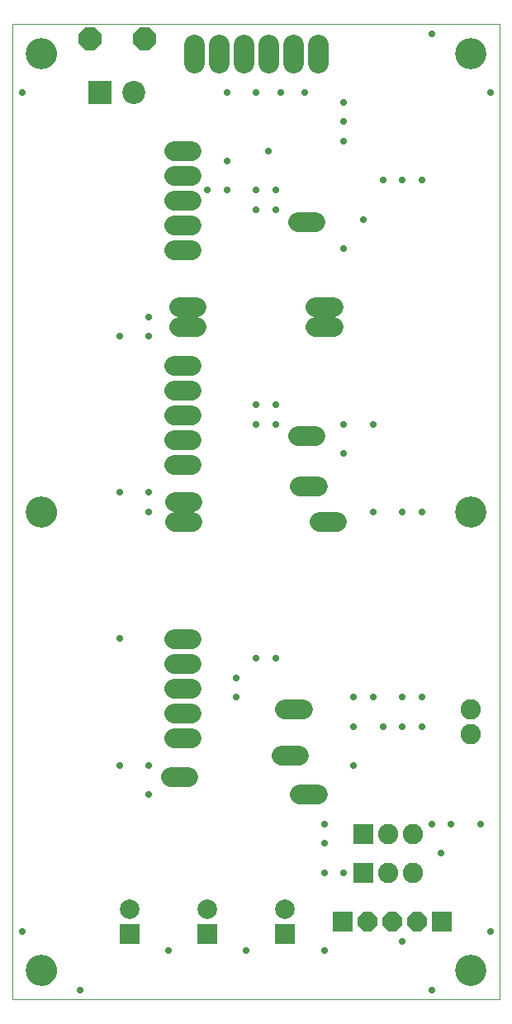
<source format=gbs>
G75*
%MOIN*%
%OFA0B0*%
%FSLAX25Y25*%
%IPPOS*%
%LPD*%
%AMOC8*
5,1,8,0,0,1.08239X$1,22.5*
%
%ADD10C,0.00000*%
%ADD11C,0.12611*%
%ADD12C,0.08200*%
%ADD13OC8,0.07887*%
%ADD14R,0.07887X0.07887*%
%ADD15C,0.07887*%
%ADD16C,0.08000*%
%ADD17R,0.08200X0.08200*%
%ADD18C,0.08200*%
%ADD19R,0.09304X0.09304*%
%ADD20C,0.09304*%
%ADD21OC8,0.02581*%
%ADD22OC8,0.09400*%
D10*
X0001400Y0001400D02*
X0001400Y0395101D01*
X0198250Y0395101D01*
X0198250Y0001400D01*
X0001400Y0001400D01*
X0007305Y0013211D02*
X0007307Y0013364D01*
X0007313Y0013518D01*
X0007323Y0013671D01*
X0007337Y0013823D01*
X0007355Y0013976D01*
X0007377Y0014127D01*
X0007402Y0014278D01*
X0007432Y0014429D01*
X0007466Y0014579D01*
X0007503Y0014727D01*
X0007544Y0014875D01*
X0007589Y0015021D01*
X0007638Y0015167D01*
X0007691Y0015311D01*
X0007747Y0015453D01*
X0007807Y0015594D01*
X0007871Y0015734D01*
X0007938Y0015872D01*
X0008009Y0016008D01*
X0008084Y0016142D01*
X0008161Y0016274D01*
X0008243Y0016404D01*
X0008327Y0016532D01*
X0008415Y0016658D01*
X0008506Y0016781D01*
X0008600Y0016902D01*
X0008698Y0017020D01*
X0008798Y0017136D01*
X0008902Y0017249D01*
X0009008Y0017360D01*
X0009117Y0017468D01*
X0009229Y0017573D01*
X0009343Y0017674D01*
X0009461Y0017773D01*
X0009580Y0017869D01*
X0009702Y0017962D01*
X0009827Y0018051D01*
X0009954Y0018138D01*
X0010083Y0018220D01*
X0010214Y0018300D01*
X0010347Y0018376D01*
X0010482Y0018449D01*
X0010619Y0018518D01*
X0010758Y0018583D01*
X0010898Y0018645D01*
X0011040Y0018703D01*
X0011183Y0018758D01*
X0011328Y0018809D01*
X0011474Y0018856D01*
X0011621Y0018899D01*
X0011769Y0018938D01*
X0011918Y0018974D01*
X0012068Y0019005D01*
X0012219Y0019033D01*
X0012370Y0019057D01*
X0012523Y0019077D01*
X0012675Y0019093D01*
X0012828Y0019105D01*
X0012981Y0019113D01*
X0013134Y0019117D01*
X0013288Y0019117D01*
X0013441Y0019113D01*
X0013594Y0019105D01*
X0013747Y0019093D01*
X0013899Y0019077D01*
X0014052Y0019057D01*
X0014203Y0019033D01*
X0014354Y0019005D01*
X0014504Y0018974D01*
X0014653Y0018938D01*
X0014801Y0018899D01*
X0014948Y0018856D01*
X0015094Y0018809D01*
X0015239Y0018758D01*
X0015382Y0018703D01*
X0015524Y0018645D01*
X0015664Y0018583D01*
X0015803Y0018518D01*
X0015940Y0018449D01*
X0016075Y0018376D01*
X0016208Y0018300D01*
X0016339Y0018220D01*
X0016468Y0018138D01*
X0016595Y0018051D01*
X0016720Y0017962D01*
X0016842Y0017869D01*
X0016961Y0017773D01*
X0017079Y0017674D01*
X0017193Y0017573D01*
X0017305Y0017468D01*
X0017414Y0017360D01*
X0017520Y0017249D01*
X0017624Y0017136D01*
X0017724Y0017020D01*
X0017822Y0016902D01*
X0017916Y0016781D01*
X0018007Y0016658D01*
X0018095Y0016532D01*
X0018179Y0016404D01*
X0018261Y0016274D01*
X0018338Y0016142D01*
X0018413Y0016008D01*
X0018484Y0015872D01*
X0018551Y0015734D01*
X0018615Y0015594D01*
X0018675Y0015453D01*
X0018731Y0015311D01*
X0018784Y0015167D01*
X0018833Y0015021D01*
X0018878Y0014875D01*
X0018919Y0014727D01*
X0018956Y0014579D01*
X0018990Y0014429D01*
X0019020Y0014278D01*
X0019045Y0014127D01*
X0019067Y0013976D01*
X0019085Y0013823D01*
X0019099Y0013671D01*
X0019109Y0013518D01*
X0019115Y0013364D01*
X0019117Y0013211D01*
X0019115Y0013058D01*
X0019109Y0012904D01*
X0019099Y0012751D01*
X0019085Y0012599D01*
X0019067Y0012446D01*
X0019045Y0012295D01*
X0019020Y0012144D01*
X0018990Y0011993D01*
X0018956Y0011843D01*
X0018919Y0011695D01*
X0018878Y0011547D01*
X0018833Y0011401D01*
X0018784Y0011255D01*
X0018731Y0011111D01*
X0018675Y0010969D01*
X0018615Y0010828D01*
X0018551Y0010688D01*
X0018484Y0010550D01*
X0018413Y0010414D01*
X0018338Y0010280D01*
X0018261Y0010148D01*
X0018179Y0010018D01*
X0018095Y0009890D01*
X0018007Y0009764D01*
X0017916Y0009641D01*
X0017822Y0009520D01*
X0017724Y0009402D01*
X0017624Y0009286D01*
X0017520Y0009173D01*
X0017414Y0009062D01*
X0017305Y0008954D01*
X0017193Y0008849D01*
X0017079Y0008748D01*
X0016961Y0008649D01*
X0016842Y0008553D01*
X0016720Y0008460D01*
X0016595Y0008371D01*
X0016468Y0008284D01*
X0016339Y0008202D01*
X0016208Y0008122D01*
X0016075Y0008046D01*
X0015940Y0007973D01*
X0015803Y0007904D01*
X0015664Y0007839D01*
X0015524Y0007777D01*
X0015382Y0007719D01*
X0015239Y0007664D01*
X0015094Y0007613D01*
X0014948Y0007566D01*
X0014801Y0007523D01*
X0014653Y0007484D01*
X0014504Y0007448D01*
X0014354Y0007417D01*
X0014203Y0007389D01*
X0014052Y0007365D01*
X0013899Y0007345D01*
X0013747Y0007329D01*
X0013594Y0007317D01*
X0013441Y0007309D01*
X0013288Y0007305D01*
X0013134Y0007305D01*
X0012981Y0007309D01*
X0012828Y0007317D01*
X0012675Y0007329D01*
X0012523Y0007345D01*
X0012370Y0007365D01*
X0012219Y0007389D01*
X0012068Y0007417D01*
X0011918Y0007448D01*
X0011769Y0007484D01*
X0011621Y0007523D01*
X0011474Y0007566D01*
X0011328Y0007613D01*
X0011183Y0007664D01*
X0011040Y0007719D01*
X0010898Y0007777D01*
X0010758Y0007839D01*
X0010619Y0007904D01*
X0010482Y0007973D01*
X0010347Y0008046D01*
X0010214Y0008122D01*
X0010083Y0008202D01*
X0009954Y0008284D01*
X0009827Y0008371D01*
X0009702Y0008460D01*
X0009580Y0008553D01*
X0009461Y0008649D01*
X0009343Y0008748D01*
X0009229Y0008849D01*
X0009117Y0008954D01*
X0009008Y0009062D01*
X0008902Y0009173D01*
X0008798Y0009286D01*
X0008698Y0009402D01*
X0008600Y0009520D01*
X0008506Y0009641D01*
X0008415Y0009764D01*
X0008327Y0009890D01*
X0008243Y0010018D01*
X0008161Y0010148D01*
X0008084Y0010280D01*
X0008009Y0010414D01*
X0007938Y0010550D01*
X0007871Y0010688D01*
X0007807Y0010828D01*
X0007747Y0010969D01*
X0007691Y0011111D01*
X0007638Y0011255D01*
X0007589Y0011401D01*
X0007544Y0011547D01*
X0007503Y0011695D01*
X0007466Y0011843D01*
X0007432Y0011993D01*
X0007402Y0012144D01*
X0007377Y0012295D01*
X0007355Y0012446D01*
X0007337Y0012599D01*
X0007323Y0012751D01*
X0007313Y0012904D01*
X0007307Y0013058D01*
X0007305Y0013211D01*
X0007305Y0198250D02*
X0007307Y0198403D01*
X0007313Y0198557D01*
X0007323Y0198710D01*
X0007337Y0198862D01*
X0007355Y0199015D01*
X0007377Y0199166D01*
X0007402Y0199317D01*
X0007432Y0199468D01*
X0007466Y0199618D01*
X0007503Y0199766D01*
X0007544Y0199914D01*
X0007589Y0200060D01*
X0007638Y0200206D01*
X0007691Y0200350D01*
X0007747Y0200492D01*
X0007807Y0200633D01*
X0007871Y0200773D01*
X0007938Y0200911D01*
X0008009Y0201047D01*
X0008084Y0201181D01*
X0008161Y0201313D01*
X0008243Y0201443D01*
X0008327Y0201571D01*
X0008415Y0201697D01*
X0008506Y0201820D01*
X0008600Y0201941D01*
X0008698Y0202059D01*
X0008798Y0202175D01*
X0008902Y0202288D01*
X0009008Y0202399D01*
X0009117Y0202507D01*
X0009229Y0202612D01*
X0009343Y0202713D01*
X0009461Y0202812D01*
X0009580Y0202908D01*
X0009702Y0203001D01*
X0009827Y0203090D01*
X0009954Y0203177D01*
X0010083Y0203259D01*
X0010214Y0203339D01*
X0010347Y0203415D01*
X0010482Y0203488D01*
X0010619Y0203557D01*
X0010758Y0203622D01*
X0010898Y0203684D01*
X0011040Y0203742D01*
X0011183Y0203797D01*
X0011328Y0203848D01*
X0011474Y0203895D01*
X0011621Y0203938D01*
X0011769Y0203977D01*
X0011918Y0204013D01*
X0012068Y0204044D01*
X0012219Y0204072D01*
X0012370Y0204096D01*
X0012523Y0204116D01*
X0012675Y0204132D01*
X0012828Y0204144D01*
X0012981Y0204152D01*
X0013134Y0204156D01*
X0013288Y0204156D01*
X0013441Y0204152D01*
X0013594Y0204144D01*
X0013747Y0204132D01*
X0013899Y0204116D01*
X0014052Y0204096D01*
X0014203Y0204072D01*
X0014354Y0204044D01*
X0014504Y0204013D01*
X0014653Y0203977D01*
X0014801Y0203938D01*
X0014948Y0203895D01*
X0015094Y0203848D01*
X0015239Y0203797D01*
X0015382Y0203742D01*
X0015524Y0203684D01*
X0015664Y0203622D01*
X0015803Y0203557D01*
X0015940Y0203488D01*
X0016075Y0203415D01*
X0016208Y0203339D01*
X0016339Y0203259D01*
X0016468Y0203177D01*
X0016595Y0203090D01*
X0016720Y0203001D01*
X0016842Y0202908D01*
X0016961Y0202812D01*
X0017079Y0202713D01*
X0017193Y0202612D01*
X0017305Y0202507D01*
X0017414Y0202399D01*
X0017520Y0202288D01*
X0017624Y0202175D01*
X0017724Y0202059D01*
X0017822Y0201941D01*
X0017916Y0201820D01*
X0018007Y0201697D01*
X0018095Y0201571D01*
X0018179Y0201443D01*
X0018261Y0201313D01*
X0018338Y0201181D01*
X0018413Y0201047D01*
X0018484Y0200911D01*
X0018551Y0200773D01*
X0018615Y0200633D01*
X0018675Y0200492D01*
X0018731Y0200350D01*
X0018784Y0200206D01*
X0018833Y0200060D01*
X0018878Y0199914D01*
X0018919Y0199766D01*
X0018956Y0199618D01*
X0018990Y0199468D01*
X0019020Y0199317D01*
X0019045Y0199166D01*
X0019067Y0199015D01*
X0019085Y0198862D01*
X0019099Y0198710D01*
X0019109Y0198557D01*
X0019115Y0198403D01*
X0019117Y0198250D01*
X0019115Y0198097D01*
X0019109Y0197943D01*
X0019099Y0197790D01*
X0019085Y0197638D01*
X0019067Y0197485D01*
X0019045Y0197334D01*
X0019020Y0197183D01*
X0018990Y0197032D01*
X0018956Y0196882D01*
X0018919Y0196734D01*
X0018878Y0196586D01*
X0018833Y0196440D01*
X0018784Y0196294D01*
X0018731Y0196150D01*
X0018675Y0196008D01*
X0018615Y0195867D01*
X0018551Y0195727D01*
X0018484Y0195589D01*
X0018413Y0195453D01*
X0018338Y0195319D01*
X0018261Y0195187D01*
X0018179Y0195057D01*
X0018095Y0194929D01*
X0018007Y0194803D01*
X0017916Y0194680D01*
X0017822Y0194559D01*
X0017724Y0194441D01*
X0017624Y0194325D01*
X0017520Y0194212D01*
X0017414Y0194101D01*
X0017305Y0193993D01*
X0017193Y0193888D01*
X0017079Y0193787D01*
X0016961Y0193688D01*
X0016842Y0193592D01*
X0016720Y0193499D01*
X0016595Y0193410D01*
X0016468Y0193323D01*
X0016339Y0193241D01*
X0016208Y0193161D01*
X0016075Y0193085D01*
X0015940Y0193012D01*
X0015803Y0192943D01*
X0015664Y0192878D01*
X0015524Y0192816D01*
X0015382Y0192758D01*
X0015239Y0192703D01*
X0015094Y0192652D01*
X0014948Y0192605D01*
X0014801Y0192562D01*
X0014653Y0192523D01*
X0014504Y0192487D01*
X0014354Y0192456D01*
X0014203Y0192428D01*
X0014052Y0192404D01*
X0013899Y0192384D01*
X0013747Y0192368D01*
X0013594Y0192356D01*
X0013441Y0192348D01*
X0013288Y0192344D01*
X0013134Y0192344D01*
X0012981Y0192348D01*
X0012828Y0192356D01*
X0012675Y0192368D01*
X0012523Y0192384D01*
X0012370Y0192404D01*
X0012219Y0192428D01*
X0012068Y0192456D01*
X0011918Y0192487D01*
X0011769Y0192523D01*
X0011621Y0192562D01*
X0011474Y0192605D01*
X0011328Y0192652D01*
X0011183Y0192703D01*
X0011040Y0192758D01*
X0010898Y0192816D01*
X0010758Y0192878D01*
X0010619Y0192943D01*
X0010482Y0193012D01*
X0010347Y0193085D01*
X0010214Y0193161D01*
X0010083Y0193241D01*
X0009954Y0193323D01*
X0009827Y0193410D01*
X0009702Y0193499D01*
X0009580Y0193592D01*
X0009461Y0193688D01*
X0009343Y0193787D01*
X0009229Y0193888D01*
X0009117Y0193993D01*
X0009008Y0194101D01*
X0008902Y0194212D01*
X0008798Y0194325D01*
X0008698Y0194441D01*
X0008600Y0194559D01*
X0008506Y0194680D01*
X0008415Y0194803D01*
X0008327Y0194929D01*
X0008243Y0195057D01*
X0008161Y0195187D01*
X0008084Y0195319D01*
X0008009Y0195453D01*
X0007938Y0195589D01*
X0007871Y0195727D01*
X0007807Y0195867D01*
X0007747Y0196008D01*
X0007691Y0196150D01*
X0007638Y0196294D01*
X0007589Y0196440D01*
X0007544Y0196586D01*
X0007503Y0196734D01*
X0007466Y0196882D01*
X0007432Y0197032D01*
X0007402Y0197183D01*
X0007377Y0197334D01*
X0007355Y0197485D01*
X0007337Y0197638D01*
X0007323Y0197790D01*
X0007313Y0197943D01*
X0007307Y0198097D01*
X0007305Y0198250D01*
X0007305Y0383290D02*
X0007307Y0383443D01*
X0007313Y0383597D01*
X0007323Y0383750D01*
X0007337Y0383902D01*
X0007355Y0384055D01*
X0007377Y0384206D01*
X0007402Y0384357D01*
X0007432Y0384508D01*
X0007466Y0384658D01*
X0007503Y0384806D01*
X0007544Y0384954D01*
X0007589Y0385100D01*
X0007638Y0385246D01*
X0007691Y0385390D01*
X0007747Y0385532D01*
X0007807Y0385673D01*
X0007871Y0385813D01*
X0007938Y0385951D01*
X0008009Y0386087D01*
X0008084Y0386221D01*
X0008161Y0386353D01*
X0008243Y0386483D01*
X0008327Y0386611D01*
X0008415Y0386737D01*
X0008506Y0386860D01*
X0008600Y0386981D01*
X0008698Y0387099D01*
X0008798Y0387215D01*
X0008902Y0387328D01*
X0009008Y0387439D01*
X0009117Y0387547D01*
X0009229Y0387652D01*
X0009343Y0387753D01*
X0009461Y0387852D01*
X0009580Y0387948D01*
X0009702Y0388041D01*
X0009827Y0388130D01*
X0009954Y0388217D01*
X0010083Y0388299D01*
X0010214Y0388379D01*
X0010347Y0388455D01*
X0010482Y0388528D01*
X0010619Y0388597D01*
X0010758Y0388662D01*
X0010898Y0388724D01*
X0011040Y0388782D01*
X0011183Y0388837D01*
X0011328Y0388888D01*
X0011474Y0388935D01*
X0011621Y0388978D01*
X0011769Y0389017D01*
X0011918Y0389053D01*
X0012068Y0389084D01*
X0012219Y0389112D01*
X0012370Y0389136D01*
X0012523Y0389156D01*
X0012675Y0389172D01*
X0012828Y0389184D01*
X0012981Y0389192D01*
X0013134Y0389196D01*
X0013288Y0389196D01*
X0013441Y0389192D01*
X0013594Y0389184D01*
X0013747Y0389172D01*
X0013899Y0389156D01*
X0014052Y0389136D01*
X0014203Y0389112D01*
X0014354Y0389084D01*
X0014504Y0389053D01*
X0014653Y0389017D01*
X0014801Y0388978D01*
X0014948Y0388935D01*
X0015094Y0388888D01*
X0015239Y0388837D01*
X0015382Y0388782D01*
X0015524Y0388724D01*
X0015664Y0388662D01*
X0015803Y0388597D01*
X0015940Y0388528D01*
X0016075Y0388455D01*
X0016208Y0388379D01*
X0016339Y0388299D01*
X0016468Y0388217D01*
X0016595Y0388130D01*
X0016720Y0388041D01*
X0016842Y0387948D01*
X0016961Y0387852D01*
X0017079Y0387753D01*
X0017193Y0387652D01*
X0017305Y0387547D01*
X0017414Y0387439D01*
X0017520Y0387328D01*
X0017624Y0387215D01*
X0017724Y0387099D01*
X0017822Y0386981D01*
X0017916Y0386860D01*
X0018007Y0386737D01*
X0018095Y0386611D01*
X0018179Y0386483D01*
X0018261Y0386353D01*
X0018338Y0386221D01*
X0018413Y0386087D01*
X0018484Y0385951D01*
X0018551Y0385813D01*
X0018615Y0385673D01*
X0018675Y0385532D01*
X0018731Y0385390D01*
X0018784Y0385246D01*
X0018833Y0385100D01*
X0018878Y0384954D01*
X0018919Y0384806D01*
X0018956Y0384658D01*
X0018990Y0384508D01*
X0019020Y0384357D01*
X0019045Y0384206D01*
X0019067Y0384055D01*
X0019085Y0383902D01*
X0019099Y0383750D01*
X0019109Y0383597D01*
X0019115Y0383443D01*
X0019117Y0383290D01*
X0019115Y0383137D01*
X0019109Y0382983D01*
X0019099Y0382830D01*
X0019085Y0382678D01*
X0019067Y0382525D01*
X0019045Y0382374D01*
X0019020Y0382223D01*
X0018990Y0382072D01*
X0018956Y0381922D01*
X0018919Y0381774D01*
X0018878Y0381626D01*
X0018833Y0381480D01*
X0018784Y0381334D01*
X0018731Y0381190D01*
X0018675Y0381048D01*
X0018615Y0380907D01*
X0018551Y0380767D01*
X0018484Y0380629D01*
X0018413Y0380493D01*
X0018338Y0380359D01*
X0018261Y0380227D01*
X0018179Y0380097D01*
X0018095Y0379969D01*
X0018007Y0379843D01*
X0017916Y0379720D01*
X0017822Y0379599D01*
X0017724Y0379481D01*
X0017624Y0379365D01*
X0017520Y0379252D01*
X0017414Y0379141D01*
X0017305Y0379033D01*
X0017193Y0378928D01*
X0017079Y0378827D01*
X0016961Y0378728D01*
X0016842Y0378632D01*
X0016720Y0378539D01*
X0016595Y0378450D01*
X0016468Y0378363D01*
X0016339Y0378281D01*
X0016208Y0378201D01*
X0016075Y0378125D01*
X0015940Y0378052D01*
X0015803Y0377983D01*
X0015664Y0377918D01*
X0015524Y0377856D01*
X0015382Y0377798D01*
X0015239Y0377743D01*
X0015094Y0377692D01*
X0014948Y0377645D01*
X0014801Y0377602D01*
X0014653Y0377563D01*
X0014504Y0377527D01*
X0014354Y0377496D01*
X0014203Y0377468D01*
X0014052Y0377444D01*
X0013899Y0377424D01*
X0013747Y0377408D01*
X0013594Y0377396D01*
X0013441Y0377388D01*
X0013288Y0377384D01*
X0013134Y0377384D01*
X0012981Y0377388D01*
X0012828Y0377396D01*
X0012675Y0377408D01*
X0012523Y0377424D01*
X0012370Y0377444D01*
X0012219Y0377468D01*
X0012068Y0377496D01*
X0011918Y0377527D01*
X0011769Y0377563D01*
X0011621Y0377602D01*
X0011474Y0377645D01*
X0011328Y0377692D01*
X0011183Y0377743D01*
X0011040Y0377798D01*
X0010898Y0377856D01*
X0010758Y0377918D01*
X0010619Y0377983D01*
X0010482Y0378052D01*
X0010347Y0378125D01*
X0010214Y0378201D01*
X0010083Y0378281D01*
X0009954Y0378363D01*
X0009827Y0378450D01*
X0009702Y0378539D01*
X0009580Y0378632D01*
X0009461Y0378728D01*
X0009343Y0378827D01*
X0009229Y0378928D01*
X0009117Y0379033D01*
X0009008Y0379141D01*
X0008902Y0379252D01*
X0008798Y0379365D01*
X0008698Y0379481D01*
X0008600Y0379599D01*
X0008506Y0379720D01*
X0008415Y0379843D01*
X0008327Y0379969D01*
X0008243Y0380097D01*
X0008161Y0380227D01*
X0008084Y0380359D01*
X0008009Y0380493D01*
X0007938Y0380629D01*
X0007871Y0380767D01*
X0007807Y0380907D01*
X0007747Y0381048D01*
X0007691Y0381190D01*
X0007638Y0381334D01*
X0007589Y0381480D01*
X0007544Y0381626D01*
X0007503Y0381774D01*
X0007466Y0381922D01*
X0007432Y0382072D01*
X0007402Y0382223D01*
X0007377Y0382374D01*
X0007355Y0382525D01*
X0007337Y0382678D01*
X0007323Y0382830D01*
X0007313Y0382983D01*
X0007307Y0383137D01*
X0007305Y0383290D01*
X0180533Y0383290D02*
X0180535Y0383443D01*
X0180541Y0383597D01*
X0180551Y0383750D01*
X0180565Y0383902D01*
X0180583Y0384055D01*
X0180605Y0384206D01*
X0180630Y0384357D01*
X0180660Y0384508D01*
X0180694Y0384658D01*
X0180731Y0384806D01*
X0180772Y0384954D01*
X0180817Y0385100D01*
X0180866Y0385246D01*
X0180919Y0385390D01*
X0180975Y0385532D01*
X0181035Y0385673D01*
X0181099Y0385813D01*
X0181166Y0385951D01*
X0181237Y0386087D01*
X0181312Y0386221D01*
X0181389Y0386353D01*
X0181471Y0386483D01*
X0181555Y0386611D01*
X0181643Y0386737D01*
X0181734Y0386860D01*
X0181828Y0386981D01*
X0181926Y0387099D01*
X0182026Y0387215D01*
X0182130Y0387328D01*
X0182236Y0387439D01*
X0182345Y0387547D01*
X0182457Y0387652D01*
X0182571Y0387753D01*
X0182689Y0387852D01*
X0182808Y0387948D01*
X0182930Y0388041D01*
X0183055Y0388130D01*
X0183182Y0388217D01*
X0183311Y0388299D01*
X0183442Y0388379D01*
X0183575Y0388455D01*
X0183710Y0388528D01*
X0183847Y0388597D01*
X0183986Y0388662D01*
X0184126Y0388724D01*
X0184268Y0388782D01*
X0184411Y0388837D01*
X0184556Y0388888D01*
X0184702Y0388935D01*
X0184849Y0388978D01*
X0184997Y0389017D01*
X0185146Y0389053D01*
X0185296Y0389084D01*
X0185447Y0389112D01*
X0185598Y0389136D01*
X0185751Y0389156D01*
X0185903Y0389172D01*
X0186056Y0389184D01*
X0186209Y0389192D01*
X0186362Y0389196D01*
X0186516Y0389196D01*
X0186669Y0389192D01*
X0186822Y0389184D01*
X0186975Y0389172D01*
X0187127Y0389156D01*
X0187280Y0389136D01*
X0187431Y0389112D01*
X0187582Y0389084D01*
X0187732Y0389053D01*
X0187881Y0389017D01*
X0188029Y0388978D01*
X0188176Y0388935D01*
X0188322Y0388888D01*
X0188467Y0388837D01*
X0188610Y0388782D01*
X0188752Y0388724D01*
X0188892Y0388662D01*
X0189031Y0388597D01*
X0189168Y0388528D01*
X0189303Y0388455D01*
X0189436Y0388379D01*
X0189567Y0388299D01*
X0189696Y0388217D01*
X0189823Y0388130D01*
X0189948Y0388041D01*
X0190070Y0387948D01*
X0190189Y0387852D01*
X0190307Y0387753D01*
X0190421Y0387652D01*
X0190533Y0387547D01*
X0190642Y0387439D01*
X0190748Y0387328D01*
X0190852Y0387215D01*
X0190952Y0387099D01*
X0191050Y0386981D01*
X0191144Y0386860D01*
X0191235Y0386737D01*
X0191323Y0386611D01*
X0191407Y0386483D01*
X0191489Y0386353D01*
X0191566Y0386221D01*
X0191641Y0386087D01*
X0191712Y0385951D01*
X0191779Y0385813D01*
X0191843Y0385673D01*
X0191903Y0385532D01*
X0191959Y0385390D01*
X0192012Y0385246D01*
X0192061Y0385100D01*
X0192106Y0384954D01*
X0192147Y0384806D01*
X0192184Y0384658D01*
X0192218Y0384508D01*
X0192248Y0384357D01*
X0192273Y0384206D01*
X0192295Y0384055D01*
X0192313Y0383902D01*
X0192327Y0383750D01*
X0192337Y0383597D01*
X0192343Y0383443D01*
X0192345Y0383290D01*
X0192343Y0383137D01*
X0192337Y0382983D01*
X0192327Y0382830D01*
X0192313Y0382678D01*
X0192295Y0382525D01*
X0192273Y0382374D01*
X0192248Y0382223D01*
X0192218Y0382072D01*
X0192184Y0381922D01*
X0192147Y0381774D01*
X0192106Y0381626D01*
X0192061Y0381480D01*
X0192012Y0381334D01*
X0191959Y0381190D01*
X0191903Y0381048D01*
X0191843Y0380907D01*
X0191779Y0380767D01*
X0191712Y0380629D01*
X0191641Y0380493D01*
X0191566Y0380359D01*
X0191489Y0380227D01*
X0191407Y0380097D01*
X0191323Y0379969D01*
X0191235Y0379843D01*
X0191144Y0379720D01*
X0191050Y0379599D01*
X0190952Y0379481D01*
X0190852Y0379365D01*
X0190748Y0379252D01*
X0190642Y0379141D01*
X0190533Y0379033D01*
X0190421Y0378928D01*
X0190307Y0378827D01*
X0190189Y0378728D01*
X0190070Y0378632D01*
X0189948Y0378539D01*
X0189823Y0378450D01*
X0189696Y0378363D01*
X0189567Y0378281D01*
X0189436Y0378201D01*
X0189303Y0378125D01*
X0189168Y0378052D01*
X0189031Y0377983D01*
X0188892Y0377918D01*
X0188752Y0377856D01*
X0188610Y0377798D01*
X0188467Y0377743D01*
X0188322Y0377692D01*
X0188176Y0377645D01*
X0188029Y0377602D01*
X0187881Y0377563D01*
X0187732Y0377527D01*
X0187582Y0377496D01*
X0187431Y0377468D01*
X0187280Y0377444D01*
X0187127Y0377424D01*
X0186975Y0377408D01*
X0186822Y0377396D01*
X0186669Y0377388D01*
X0186516Y0377384D01*
X0186362Y0377384D01*
X0186209Y0377388D01*
X0186056Y0377396D01*
X0185903Y0377408D01*
X0185751Y0377424D01*
X0185598Y0377444D01*
X0185447Y0377468D01*
X0185296Y0377496D01*
X0185146Y0377527D01*
X0184997Y0377563D01*
X0184849Y0377602D01*
X0184702Y0377645D01*
X0184556Y0377692D01*
X0184411Y0377743D01*
X0184268Y0377798D01*
X0184126Y0377856D01*
X0183986Y0377918D01*
X0183847Y0377983D01*
X0183710Y0378052D01*
X0183575Y0378125D01*
X0183442Y0378201D01*
X0183311Y0378281D01*
X0183182Y0378363D01*
X0183055Y0378450D01*
X0182930Y0378539D01*
X0182808Y0378632D01*
X0182689Y0378728D01*
X0182571Y0378827D01*
X0182457Y0378928D01*
X0182345Y0379033D01*
X0182236Y0379141D01*
X0182130Y0379252D01*
X0182026Y0379365D01*
X0181926Y0379481D01*
X0181828Y0379599D01*
X0181734Y0379720D01*
X0181643Y0379843D01*
X0181555Y0379969D01*
X0181471Y0380097D01*
X0181389Y0380227D01*
X0181312Y0380359D01*
X0181237Y0380493D01*
X0181166Y0380629D01*
X0181099Y0380767D01*
X0181035Y0380907D01*
X0180975Y0381048D01*
X0180919Y0381190D01*
X0180866Y0381334D01*
X0180817Y0381480D01*
X0180772Y0381626D01*
X0180731Y0381774D01*
X0180694Y0381922D01*
X0180660Y0382072D01*
X0180630Y0382223D01*
X0180605Y0382374D01*
X0180583Y0382525D01*
X0180565Y0382678D01*
X0180551Y0382830D01*
X0180541Y0382983D01*
X0180535Y0383137D01*
X0180533Y0383290D01*
X0180533Y0198250D02*
X0180535Y0198403D01*
X0180541Y0198557D01*
X0180551Y0198710D01*
X0180565Y0198862D01*
X0180583Y0199015D01*
X0180605Y0199166D01*
X0180630Y0199317D01*
X0180660Y0199468D01*
X0180694Y0199618D01*
X0180731Y0199766D01*
X0180772Y0199914D01*
X0180817Y0200060D01*
X0180866Y0200206D01*
X0180919Y0200350D01*
X0180975Y0200492D01*
X0181035Y0200633D01*
X0181099Y0200773D01*
X0181166Y0200911D01*
X0181237Y0201047D01*
X0181312Y0201181D01*
X0181389Y0201313D01*
X0181471Y0201443D01*
X0181555Y0201571D01*
X0181643Y0201697D01*
X0181734Y0201820D01*
X0181828Y0201941D01*
X0181926Y0202059D01*
X0182026Y0202175D01*
X0182130Y0202288D01*
X0182236Y0202399D01*
X0182345Y0202507D01*
X0182457Y0202612D01*
X0182571Y0202713D01*
X0182689Y0202812D01*
X0182808Y0202908D01*
X0182930Y0203001D01*
X0183055Y0203090D01*
X0183182Y0203177D01*
X0183311Y0203259D01*
X0183442Y0203339D01*
X0183575Y0203415D01*
X0183710Y0203488D01*
X0183847Y0203557D01*
X0183986Y0203622D01*
X0184126Y0203684D01*
X0184268Y0203742D01*
X0184411Y0203797D01*
X0184556Y0203848D01*
X0184702Y0203895D01*
X0184849Y0203938D01*
X0184997Y0203977D01*
X0185146Y0204013D01*
X0185296Y0204044D01*
X0185447Y0204072D01*
X0185598Y0204096D01*
X0185751Y0204116D01*
X0185903Y0204132D01*
X0186056Y0204144D01*
X0186209Y0204152D01*
X0186362Y0204156D01*
X0186516Y0204156D01*
X0186669Y0204152D01*
X0186822Y0204144D01*
X0186975Y0204132D01*
X0187127Y0204116D01*
X0187280Y0204096D01*
X0187431Y0204072D01*
X0187582Y0204044D01*
X0187732Y0204013D01*
X0187881Y0203977D01*
X0188029Y0203938D01*
X0188176Y0203895D01*
X0188322Y0203848D01*
X0188467Y0203797D01*
X0188610Y0203742D01*
X0188752Y0203684D01*
X0188892Y0203622D01*
X0189031Y0203557D01*
X0189168Y0203488D01*
X0189303Y0203415D01*
X0189436Y0203339D01*
X0189567Y0203259D01*
X0189696Y0203177D01*
X0189823Y0203090D01*
X0189948Y0203001D01*
X0190070Y0202908D01*
X0190189Y0202812D01*
X0190307Y0202713D01*
X0190421Y0202612D01*
X0190533Y0202507D01*
X0190642Y0202399D01*
X0190748Y0202288D01*
X0190852Y0202175D01*
X0190952Y0202059D01*
X0191050Y0201941D01*
X0191144Y0201820D01*
X0191235Y0201697D01*
X0191323Y0201571D01*
X0191407Y0201443D01*
X0191489Y0201313D01*
X0191566Y0201181D01*
X0191641Y0201047D01*
X0191712Y0200911D01*
X0191779Y0200773D01*
X0191843Y0200633D01*
X0191903Y0200492D01*
X0191959Y0200350D01*
X0192012Y0200206D01*
X0192061Y0200060D01*
X0192106Y0199914D01*
X0192147Y0199766D01*
X0192184Y0199618D01*
X0192218Y0199468D01*
X0192248Y0199317D01*
X0192273Y0199166D01*
X0192295Y0199015D01*
X0192313Y0198862D01*
X0192327Y0198710D01*
X0192337Y0198557D01*
X0192343Y0198403D01*
X0192345Y0198250D01*
X0192343Y0198097D01*
X0192337Y0197943D01*
X0192327Y0197790D01*
X0192313Y0197638D01*
X0192295Y0197485D01*
X0192273Y0197334D01*
X0192248Y0197183D01*
X0192218Y0197032D01*
X0192184Y0196882D01*
X0192147Y0196734D01*
X0192106Y0196586D01*
X0192061Y0196440D01*
X0192012Y0196294D01*
X0191959Y0196150D01*
X0191903Y0196008D01*
X0191843Y0195867D01*
X0191779Y0195727D01*
X0191712Y0195589D01*
X0191641Y0195453D01*
X0191566Y0195319D01*
X0191489Y0195187D01*
X0191407Y0195057D01*
X0191323Y0194929D01*
X0191235Y0194803D01*
X0191144Y0194680D01*
X0191050Y0194559D01*
X0190952Y0194441D01*
X0190852Y0194325D01*
X0190748Y0194212D01*
X0190642Y0194101D01*
X0190533Y0193993D01*
X0190421Y0193888D01*
X0190307Y0193787D01*
X0190189Y0193688D01*
X0190070Y0193592D01*
X0189948Y0193499D01*
X0189823Y0193410D01*
X0189696Y0193323D01*
X0189567Y0193241D01*
X0189436Y0193161D01*
X0189303Y0193085D01*
X0189168Y0193012D01*
X0189031Y0192943D01*
X0188892Y0192878D01*
X0188752Y0192816D01*
X0188610Y0192758D01*
X0188467Y0192703D01*
X0188322Y0192652D01*
X0188176Y0192605D01*
X0188029Y0192562D01*
X0187881Y0192523D01*
X0187732Y0192487D01*
X0187582Y0192456D01*
X0187431Y0192428D01*
X0187280Y0192404D01*
X0187127Y0192384D01*
X0186975Y0192368D01*
X0186822Y0192356D01*
X0186669Y0192348D01*
X0186516Y0192344D01*
X0186362Y0192344D01*
X0186209Y0192348D01*
X0186056Y0192356D01*
X0185903Y0192368D01*
X0185751Y0192384D01*
X0185598Y0192404D01*
X0185447Y0192428D01*
X0185296Y0192456D01*
X0185146Y0192487D01*
X0184997Y0192523D01*
X0184849Y0192562D01*
X0184702Y0192605D01*
X0184556Y0192652D01*
X0184411Y0192703D01*
X0184268Y0192758D01*
X0184126Y0192816D01*
X0183986Y0192878D01*
X0183847Y0192943D01*
X0183710Y0193012D01*
X0183575Y0193085D01*
X0183442Y0193161D01*
X0183311Y0193241D01*
X0183182Y0193323D01*
X0183055Y0193410D01*
X0182930Y0193499D01*
X0182808Y0193592D01*
X0182689Y0193688D01*
X0182571Y0193787D01*
X0182457Y0193888D01*
X0182345Y0193993D01*
X0182236Y0194101D01*
X0182130Y0194212D01*
X0182026Y0194325D01*
X0181926Y0194441D01*
X0181828Y0194559D01*
X0181734Y0194680D01*
X0181643Y0194803D01*
X0181555Y0194929D01*
X0181471Y0195057D01*
X0181389Y0195187D01*
X0181312Y0195319D01*
X0181237Y0195453D01*
X0181166Y0195589D01*
X0181099Y0195727D01*
X0181035Y0195867D01*
X0180975Y0196008D01*
X0180919Y0196150D01*
X0180866Y0196294D01*
X0180817Y0196440D01*
X0180772Y0196586D01*
X0180731Y0196734D01*
X0180694Y0196882D01*
X0180660Y0197032D01*
X0180630Y0197183D01*
X0180605Y0197334D01*
X0180583Y0197485D01*
X0180565Y0197638D01*
X0180551Y0197790D01*
X0180541Y0197943D01*
X0180535Y0198097D01*
X0180533Y0198250D01*
X0180533Y0013211D02*
X0180535Y0013364D01*
X0180541Y0013518D01*
X0180551Y0013671D01*
X0180565Y0013823D01*
X0180583Y0013976D01*
X0180605Y0014127D01*
X0180630Y0014278D01*
X0180660Y0014429D01*
X0180694Y0014579D01*
X0180731Y0014727D01*
X0180772Y0014875D01*
X0180817Y0015021D01*
X0180866Y0015167D01*
X0180919Y0015311D01*
X0180975Y0015453D01*
X0181035Y0015594D01*
X0181099Y0015734D01*
X0181166Y0015872D01*
X0181237Y0016008D01*
X0181312Y0016142D01*
X0181389Y0016274D01*
X0181471Y0016404D01*
X0181555Y0016532D01*
X0181643Y0016658D01*
X0181734Y0016781D01*
X0181828Y0016902D01*
X0181926Y0017020D01*
X0182026Y0017136D01*
X0182130Y0017249D01*
X0182236Y0017360D01*
X0182345Y0017468D01*
X0182457Y0017573D01*
X0182571Y0017674D01*
X0182689Y0017773D01*
X0182808Y0017869D01*
X0182930Y0017962D01*
X0183055Y0018051D01*
X0183182Y0018138D01*
X0183311Y0018220D01*
X0183442Y0018300D01*
X0183575Y0018376D01*
X0183710Y0018449D01*
X0183847Y0018518D01*
X0183986Y0018583D01*
X0184126Y0018645D01*
X0184268Y0018703D01*
X0184411Y0018758D01*
X0184556Y0018809D01*
X0184702Y0018856D01*
X0184849Y0018899D01*
X0184997Y0018938D01*
X0185146Y0018974D01*
X0185296Y0019005D01*
X0185447Y0019033D01*
X0185598Y0019057D01*
X0185751Y0019077D01*
X0185903Y0019093D01*
X0186056Y0019105D01*
X0186209Y0019113D01*
X0186362Y0019117D01*
X0186516Y0019117D01*
X0186669Y0019113D01*
X0186822Y0019105D01*
X0186975Y0019093D01*
X0187127Y0019077D01*
X0187280Y0019057D01*
X0187431Y0019033D01*
X0187582Y0019005D01*
X0187732Y0018974D01*
X0187881Y0018938D01*
X0188029Y0018899D01*
X0188176Y0018856D01*
X0188322Y0018809D01*
X0188467Y0018758D01*
X0188610Y0018703D01*
X0188752Y0018645D01*
X0188892Y0018583D01*
X0189031Y0018518D01*
X0189168Y0018449D01*
X0189303Y0018376D01*
X0189436Y0018300D01*
X0189567Y0018220D01*
X0189696Y0018138D01*
X0189823Y0018051D01*
X0189948Y0017962D01*
X0190070Y0017869D01*
X0190189Y0017773D01*
X0190307Y0017674D01*
X0190421Y0017573D01*
X0190533Y0017468D01*
X0190642Y0017360D01*
X0190748Y0017249D01*
X0190852Y0017136D01*
X0190952Y0017020D01*
X0191050Y0016902D01*
X0191144Y0016781D01*
X0191235Y0016658D01*
X0191323Y0016532D01*
X0191407Y0016404D01*
X0191489Y0016274D01*
X0191566Y0016142D01*
X0191641Y0016008D01*
X0191712Y0015872D01*
X0191779Y0015734D01*
X0191843Y0015594D01*
X0191903Y0015453D01*
X0191959Y0015311D01*
X0192012Y0015167D01*
X0192061Y0015021D01*
X0192106Y0014875D01*
X0192147Y0014727D01*
X0192184Y0014579D01*
X0192218Y0014429D01*
X0192248Y0014278D01*
X0192273Y0014127D01*
X0192295Y0013976D01*
X0192313Y0013823D01*
X0192327Y0013671D01*
X0192337Y0013518D01*
X0192343Y0013364D01*
X0192345Y0013211D01*
X0192343Y0013058D01*
X0192337Y0012904D01*
X0192327Y0012751D01*
X0192313Y0012599D01*
X0192295Y0012446D01*
X0192273Y0012295D01*
X0192248Y0012144D01*
X0192218Y0011993D01*
X0192184Y0011843D01*
X0192147Y0011695D01*
X0192106Y0011547D01*
X0192061Y0011401D01*
X0192012Y0011255D01*
X0191959Y0011111D01*
X0191903Y0010969D01*
X0191843Y0010828D01*
X0191779Y0010688D01*
X0191712Y0010550D01*
X0191641Y0010414D01*
X0191566Y0010280D01*
X0191489Y0010148D01*
X0191407Y0010018D01*
X0191323Y0009890D01*
X0191235Y0009764D01*
X0191144Y0009641D01*
X0191050Y0009520D01*
X0190952Y0009402D01*
X0190852Y0009286D01*
X0190748Y0009173D01*
X0190642Y0009062D01*
X0190533Y0008954D01*
X0190421Y0008849D01*
X0190307Y0008748D01*
X0190189Y0008649D01*
X0190070Y0008553D01*
X0189948Y0008460D01*
X0189823Y0008371D01*
X0189696Y0008284D01*
X0189567Y0008202D01*
X0189436Y0008122D01*
X0189303Y0008046D01*
X0189168Y0007973D01*
X0189031Y0007904D01*
X0188892Y0007839D01*
X0188752Y0007777D01*
X0188610Y0007719D01*
X0188467Y0007664D01*
X0188322Y0007613D01*
X0188176Y0007566D01*
X0188029Y0007523D01*
X0187881Y0007484D01*
X0187732Y0007448D01*
X0187582Y0007417D01*
X0187431Y0007389D01*
X0187280Y0007365D01*
X0187127Y0007345D01*
X0186975Y0007329D01*
X0186822Y0007317D01*
X0186669Y0007309D01*
X0186516Y0007305D01*
X0186362Y0007305D01*
X0186209Y0007309D01*
X0186056Y0007317D01*
X0185903Y0007329D01*
X0185751Y0007345D01*
X0185598Y0007365D01*
X0185447Y0007389D01*
X0185296Y0007417D01*
X0185146Y0007448D01*
X0184997Y0007484D01*
X0184849Y0007523D01*
X0184702Y0007566D01*
X0184556Y0007613D01*
X0184411Y0007664D01*
X0184268Y0007719D01*
X0184126Y0007777D01*
X0183986Y0007839D01*
X0183847Y0007904D01*
X0183710Y0007973D01*
X0183575Y0008046D01*
X0183442Y0008122D01*
X0183311Y0008202D01*
X0183182Y0008284D01*
X0183055Y0008371D01*
X0182930Y0008460D01*
X0182808Y0008553D01*
X0182689Y0008649D01*
X0182571Y0008748D01*
X0182457Y0008849D01*
X0182345Y0008954D01*
X0182236Y0009062D01*
X0182130Y0009173D01*
X0182026Y0009286D01*
X0181926Y0009402D01*
X0181828Y0009520D01*
X0181734Y0009641D01*
X0181643Y0009764D01*
X0181555Y0009890D01*
X0181471Y0010018D01*
X0181389Y0010148D01*
X0181312Y0010280D01*
X0181237Y0010414D01*
X0181166Y0010550D01*
X0181099Y0010688D01*
X0181035Y0010828D01*
X0180975Y0010969D01*
X0180919Y0011111D01*
X0180866Y0011255D01*
X0180817Y0011401D01*
X0180772Y0011547D01*
X0180731Y0011695D01*
X0180694Y0011843D01*
X0180660Y0011993D01*
X0180630Y0012144D01*
X0180605Y0012295D01*
X0180583Y0012446D01*
X0180565Y0012599D01*
X0180551Y0012751D01*
X0180541Y0012904D01*
X0180535Y0013058D01*
X0180533Y0013211D01*
D11*
X0186439Y0013211D03*
X0186439Y0198250D03*
X0186439Y0383290D03*
X0013211Y0383290D03*
X0013211Y0198250D03*
X0013211Y0013211D03*
D12*
X0074825Y0379590D02*
X0074825Y0386990D01*
X0084825Y0386990D02*
X0084825Y0379590D01*
X0094825Y0379590D02*
X0094825Y0386990D01*
X0104825Y0386990D02*
X0104825Y0379590D01*
X0114825Y0379590D02*
X0114825Y0386990D01*
X0124825Y0386990D02*
X0124825Y0379590D01*
D13*
X0144943Y0032896D03*
X0154943Y0032896D03*
X0164943Y0032896D03*
D14*
X0174943Y0032896D03*
X0134912Y0032896D03*
X0111636Y0027896D03*
X0080140Y0027896D03*
X0048644Y0027896D03*
D15*
X0048644Y0037896D03*
X0080140Y0037896D03*
X0111636Y0037896D03*
D16*
X0117446Y0084313D02*
X0124646Y0084313D01*
X0117205Y0099825D02*
X0110005Y0099825D01*
X0111580Y0118526D02*
X0118780Y0118526D01*
X0125359Y0194313D02*
X0132559Y0194313D01*
X0124803Y0208487D02*
X0117603Y0208487D01*
X0116698Y0228762D02*
X0123898Y0228762D01*
X0123784Y0273054D02*
X0130984Y0273054D01*
X0130984Y0280928D02*
X0123784Y0280928D01*
X0123898Y0315376D02*
X0116698Y0315376D01*
X0075866Y0280928D02*
X0068666Y0280928D01*
X0068666Y0273054D02*
X0075866Y0273054D01*
X0073898Y0257148D02*
X0066698Y0257148D01*
X0066698Y0247148D02*
X0073898Y0247148D01*
X0073898Y0237148D02*
X0066698Y0237148D01*
X0066698Y0227148D02*
X0073898Y0227148D01*
X0073898Y0217148D02*
X0066698Y0217148D01*
X0067091Y0202187D02*
X0074291Y0202187D01*
X0074291Y0194313D02*
X0067091Y0194313D01*
X0066698Y0146912D02*
X0073898Y0146912D01*
X0073898Y0136912D02*
X0066698Y0136912D01*
X0066698Y0126912D02*
X0073898Y0126912D01*
X0073898Y0116912D02*
X0066698Y0116912D01*
X0066698Y0106912D02*
X0073898Y0106912D01*
X0072559Y0091164D02*
X0065359Y0091164D01*
X0066698Y0303762D02*
X0073898Y0303762D01*
X0073898Y0313762D02*
X0066698Y0313762D01*
X0066698Y0323762D02*
X0073898Y0323762D01*
X0073898Y0333762D02*
X0066698Y0333762D01*
X0066698Y0343762D02*
X0073898Y0343762D01*
D17*
X0143132Y0068329D03*
X0143132Y0052581D03*
D18*
X0153132Y0052581D03*
X0153132Y0068329D03*
X0163132Y0068329D03*
X0163132Y0052581D03*
X0186439Y0108526D03*
X0186439Y0118526D03*
D19*
X0036833Y0367542D03*
D20*
X0050613Y0367542D03*
D21*
X0080140Y0328172D03*
X0088014Y0328172D03*
X0088014Y0339983D03*
X0099825Y0328172D03*
X0099825Y0320298D03*
X0107699Y0320298D03*
X0107699Y0328172D03*
X0104943Y0343920D03*
X0109668Y0367542D03*
X0119510Y0367542D03*
X0135258Y0363605D03*
X0135258Y0355731D03*
X0135258Y0347857D03*
X0151006Y0332109D03*
X0158880Y0332109D03*
X0166754Y0332109D03*
X0143132Y0316361D03*
X0135258Y0304550D03*
X0107699Y0241557D03*
X0107699Y0233683D03*
X0099825Y0233683D03*
X0099825Y0241557D03*
X0135258Y0233683D03*
X0135258Y0221872D03*
X0147069Y0233683D03*
X0147069Y0198250D03*
X0158880Y0198250D03*
X0166754Y0198250D03*
X0166754Y0123447D03*
X0166754Y0111636D03*
X0158880Y0111636D03*
X0151006Y0111636D03*
X0147069Y0123447D03*
X0139195Y0123447D03*
X0139195Y0111636D03*
X0139195Y0095888D03*
X0127384Y0072266D03*
X0127384Y0064392D03*
X0127384Y0052581D03*
X0135258Y0052581D03*
X0127384Y0021085D03*
X0158880Y0025022D03*
X0170691Y0005337D03*
X0194313Y0028959D03*
X0174628Y0060455D03*
X0170691Y0072266D03*
X0178565Y0072266D03*
X0190376Y0072266D03*
X0158880Y0123447D03*
X0107699Y0139195D03*
X0099825Y0139195D03*
X0091951Y0131321D03*
X0091951Y0123447D03*
X0056518Y0095888D03*
X0056518Y0084077D03*
X0044707Y0095888D03*
X0044707Y0147069D03*
X0056518Y0198250D03*
X0056518Y0206124D03*
X0044707Y0206124D03*
X0044707Y0269117D03*
X0056518Y0269117D03*
X0056518Y0276991D03*
X0088014Y0367542D03*
X0099825Y0367542D03*
X0170691Y0391164D03*
X0194313Y0367542D03*
X0095888Y0021085D03*
X0064392Y0021085D03*
X0028959Y0005337D03*
X0005337Y0028959D03*
X0005337Y0367542D03*
D22*
X0032896Y0389195D03*
X0054943Y0389195D03*
M02*

</source>
